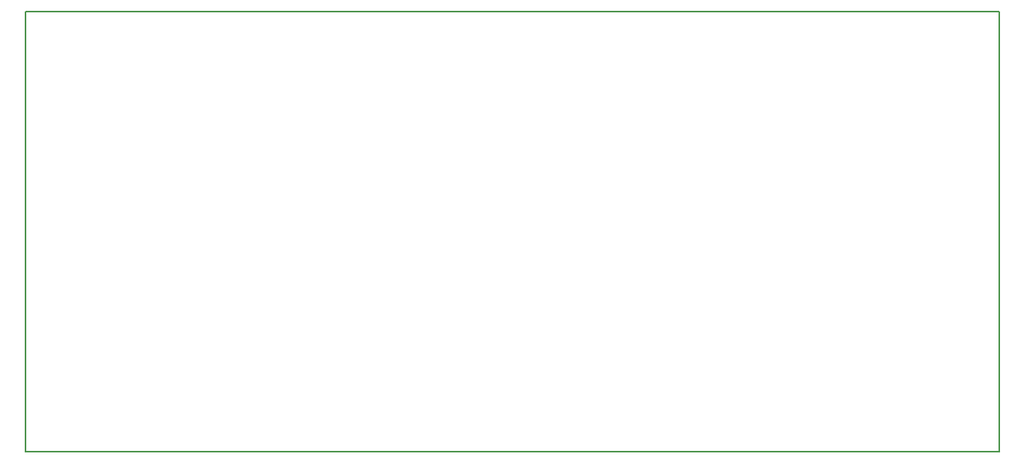
<source format=gbr>
G04                                                                  *
G04 SOURCE        : LAYO1 PCB.EXE VERSION 10                         *
G04 FORMAT        : GERBER RS-274X, Inch, 2.4, Leading Zero          *
G04 TITLE         : MGV98_SILKSCREEN BOTTOM                          *
G04 TIME          : Tuesday, November 04, 2008  15:45:56             *
G04                                                                  *
G04 Board width   : 106.680 mm. =  4.2000 inch                       *
G04 Board height  :  48.260 mm. =  1.9000 inch                       *
G04 Board offset  :   0.000 mm. =  0.0000 inch                       *
G04 Board offset  :   0.000 mm. =  0.0000 inch                       *
G04                                                                  *
G04 Apertures:                                                       *
G04       Type          X       Y             X       Y        Used  *
G04                      Inches                Metric                *
G04 D10   Draw        0.0079  0.0079        0.200   0.200         5  *
G04                                                                  *
%FSLAX24Y24*
MOIN*
SFA1.0B1.0*%
%ADD10C,0.0079*%
%LNSILKSCREEN BOTTOM*%
G54D10*
X000000Y019000D02*
X000000Y000000D01*
X042000Y000000D01*
X042000Y019000D01*
X000000Y019000D01*
M02*

</source>
